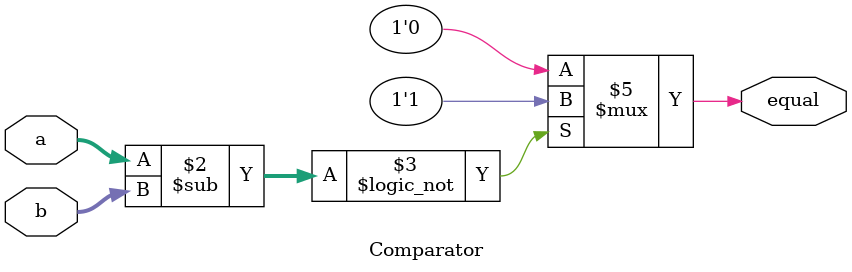
<source format=v>
module Comparator(equal, a, b); 
input [31:0] a, b; 
output equal; 
reg equal;
always @(a or b)
  begin
  if ((a-b)==0)
      equal=1;
      else
      equal=0;
  end
endmodule 
</source>
